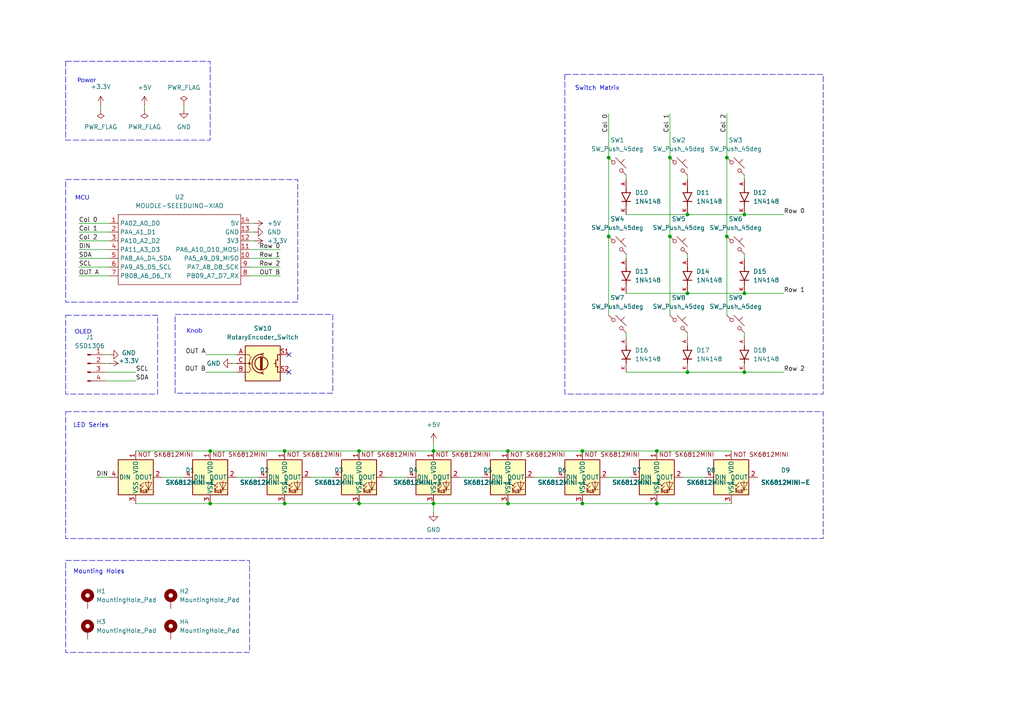
<source format=kicad_sch>
(kicad_sch (version 20250114) (generator "eeschema") (generator_version "9.0")
  (paper "A4")
  (title_block (title "Hackpad v0.67") (date "2025-12-01"))
  (lib_symbols
    (symbol "1N4148:1N4148" (pin_names (offset 1.016))
      (property "Reference" "D" (at -5.08 2.54 0))
      (property "Value" "1N4148" (at -5.08 -3.81 0))
      (symbol "1N4148_0_0"
        (polyline (pts (xy -2.54 0) (xy -1.27 0)) (stroke (width 0.254)))
        (polyline (pts (xy -1.27 1.27) (xy -1.27 0)) (stroke (width 0.254)))
        (polyline (pts (xy -1.27 0) (xy -1.27 -1.27)) (stroke (width 0.254)))
        (polyline (pts (xy -1.27 -1.27) (xy 1.27 0)) (stroke (width 0.254)))
        (polyline (pts (xy 1.27 1.27) (xy 1.27 0)) (stroke (width 0.254)))
        (polyline (pts (xy 1.27 0) (xy -1.27 1.27)) (stroke (width 0.254)))
        (polyline (pts (xy 1.27 0) (xy 1.27 -1.27)) (stroke (width 0.254)))
        (polyline (pts (xy 1.27 0) (xy 2.54 0)) (stroke (width 0.254)))
        (pin passive line (at -5.08 0 0) (length 2.54) (name "~") (number "A"))
        (pin passive line (at 5.08 0 180) (length 2.54) (name "~") (number "K"))
      )
    )
    (symbol "Connector:Conn_01x04_Pin" (pin_names (offset 1.016) (hide yes))
      (property "Reference" "J" (at 0 5.08 0))
      (property "Value" "Conn_01x04_Pin" (at 0 -7.62 0))
      (symbol "Conn_01x04_Pin_1_1"
        (rectangle (start 0.8636 2.667) (end 0 2.413) (stroke (width 0.1524)) (fill (type outline)))
        (rectangle (start 0.8636 0.127) (end 0 -0.127) (stroke (width 0.1524)) (fill (type outline)))
        (rectangle (start 0.8636 -2.413) (end 0 -2.667) (stroke (width 0.1524)) (fill (type outline)))
        (rectangle (start 0.8636 -4.953) (end 0 -5.207) (stroke (width 0.1524)) (fill (type outline)))
        (polyline (pts (xy 1.27 2.54) (xy 0.8636 2.54)) (stroke (width 0.1524)))
        (polyline (pts (xy 1.27 0) (xy 0.8636 0)) (stroke (width 0.1524)))
        (polyline (pts (xy 1.27 -2.54) (xy 0.8636 -2.54)) (stroke (width 0.1524)))
        (polyline (pts (xy 1.27 -5.08) (xy 0.8636 -5.08)) (stroke (width 0.1524)))
        (pin passive line (at 5.08 2.54 180) (length 3.81) (name "Pin_1") (number "1"))
        (pin passive line (at 5.08 0 180) (length 3.81) (name "Pin_2") (number "2"))
        (pin passive line (at 5.08 -2.54 180) (length 3.81) (name "Pin_3") (number "3"))
        (pin passive line (at 5.08 -5.08 180) (length 3.81) (name "Pin_4") (number "4"))
      )
    )
    (symbol "Device:RotaryEncoder_Switch" (pin_names (offset 0.254) (hide yes))
      (property "Reference" "SW" (at 0 6.604 0))
      (property "Value" "RotaryEncoder_Switch" (at 0 -6.604 0))
      (symbol "RotaryEncoder_Switch_0_1"
        (rectangle (start -5.08 5.08) (end 5.08 -5.08) (stroke (width 0.254)) (fill (type background)))
        (polyline (pts (xy -5.08 2.54) (xy -3.81 2.54) (xy -3.81 2.032)))
        (polyline (pts (xy -5.08 0) (xy -3.81 0) (xy -3.81 -1.016) (xy -3.302 -2.032)))
        (polyline (pts (xy -5.08 -2.54) (xy -3.81 -2.54) (xy -3.81 -2.032)))
        (polyline (pts (xy -4.318 0) (xy -3.81 0) (xy -3.81 1.016) (xy -3.302 2.032)))
        (circle (center -3.81 0) (radius 0.254) (fill (type outline)))
        (polyline (pts (xy -0.635 -1.778) (xy -0.635 1.778)) (stroke (width 0.254)))
        (circle (center -0.381 0) (radius 1.905) (stroke (width 0.254)))
        (polyline (pts (xy -0.381 -1.778) (xy -0.381 1.778)) (stroke (width 0.254)))
        (arc (start -0.381 -2.794) (mid -3.0988 -0.0635) (end -0.381 2.667) (stroke (width 0.254)))
        (polyline (pts (xy -0.127 1.778) (xy -0.127 -1.778)) (stroke (width 0.254)))
        (polyline (pts (xy 0.254 2.921) (xy -0.508 2.667) (xy 0.127 2.286)) (stroke (width 0.254)))
        (polyline (pts (xy 0.254 -3.048) (xy -0.508 -2.794) (xy 0.127 -2.413)) (stroke (width 0.254)))
        (polyline (pts (xy 3.81 1.016) (xy 3.81 -1.016)) (stroke (width 0.254)))
        (polyline (pts (xy 3.81 0) (xy 3.429 0)) (stroke (width 0.254)))
        (circle (center 4.318 1.016) (radius 0.127) (stroke (width 0.254)))
        (circle (center 4.318 -1.016) (radius 0.127) (stroke (width 0.254)))
        (polyline (pts (xy 5.08 2.54) (xy 4.318 2.54) (xy 4.318 1.016)) (stroke (width 0.254)))
        (polyline (pts (xy 5.08 -2.54) (xy 4.318 -2.54) (xy 4.318 -1.016)) (stroke (width 0.254)))
      )
      (symbol "RotaryEncoder_Switch_1_1"
        (pin passive line (at -7.62 2.54 0) (length 2.54) (name "A") (number "A"))
        (pin passive line (at -7.62 0 0) (length 2.54) (name "C") (number "C"))
        (pin passive line (at -7.62 -2.54 0) (length 2.54) (name "B") (number "B"))
        (pin passive line (at 7.62 2.54 180) (length 2.54) (name "S1") (number "S1"))
        (pin passive line (at 7.62 -2.54 180) (length 2.54) (name "S2") (number "S2"))
      )
    )
    (symbol "Mechanical:MountingHole_Pad" (pin_numbers (hide yes)) (pin_names (offset 1.016) (hide yes)) (in_bom no)
      (property "Reference" "H" (at 0 6.35 0))
      (property "Value" "MountingHole_Pad" (at 0 4.445 0))
      (symbol "MountingHole_Pad_0_1"
        (circle (center 0 1.27) (radius 1.27) (stroke (width 1.27)))
      )
      (symbol "MountingHole_Pad_1_1"
        (pin input line (at 0 -2.54 90) (length 2.54) (name "1") (number "1"))
      )
    )
    (symbol "SK6812MINI-E:SK6812MINI-E" (pin_names (offset 0.254))
      (property "Reference" "D" (at -3.556 5.842 0))
      (property "Value" "SK6812MINI-E" (at 1.27 -5.715 0))
      (symbol "SK6812MINI-E_0_0"
        (text "RGB" (at 2.286 -4.191 0) (effects (font (size 0.762 0.762))))
      )
      (symbol "SK6812MINI-E_0_1"
        (rectangle (start -5.08 5.08) (end 5.08 -5.08) (stroke (width 0.254)) (fill (type background)))
        (polyline (pts (xy 1.27 -2.54) (xy 1.778 -2.54)))
        (polyline (pts (xy 1.27 -3.556) (xy 1.778 -3.556)))
        (polyline (pts (xy 2.286 -1.524) (xy 1.27 -2.54) (xy 1.27 -2.032)))
        (polyline (pts (xy 2.286 -2.54) (xy 1.27 -3.556) (xy 1.27 -3.048)))
        (polyline (pts (xy 3.683 -1.016) (xy 3.683 -3.556) (xy 3.683 -4.064)))
        (polyline (pts (xy 4.699 -1.524) (xy 2.667 -1.524) (xy 3.683 -3.556) (xy 4.699 -1.524)))
        (polyline (pts (xy 4.699 -3.556) (xy 2.667 -3.556)))
      )
      (symbol "SK6812MINI-E_1_1"
        (text "NOT SK6812MINI" (at 8.636 6.604 0) (effects (font (size 1.27 1.27))))
        (pin input line (at -7.62 0 0) (length 2.54) (name "DIN") (number "4"))
        (pin power_in line (at 0 7.62 270) (length 2.54) (name "VDD") (number "1"))
        (pin power_in line (at 0 -7.62 90) (length 2.54) (name "VSS") (number "3"))
        (pin output line (at 7.62 0 180) (length 2.54) (name "DOUT") (number "2"))
      )
    )
    (symbol "Switch:SW_Push_45deg" (pin_numbers (hide yes)) (pin_names (offset 1.016) (hide yes))
      (property "Reference" "SW" (at 3.048 1.016 0))
      (property "Value" "SW_Push_45deg" (at 0 -3.81 0))
      (symbol "SW_Push_45deg_0_1"
        (polyline (pts (xy -2.54 2.54) (xy -1.524 1.524) (xy -1.524 1.524)))
        (circle (center -1.1684 1.1684) (radius 0.508))
        (polyline (pts (xy -0.508 2.54) (xy 2.54 -0.508)))
        (polyline (pts (xy 1.016 1.016) (xy 2.032 2.032)))
        (circle (center 1.143 -1.1938) (radius 0.508))
        (polyline (pts (xy 1.524 -1.524) (xy 2.54 -2.54) (xy 2.54 -2.54) (xy 2.54 -2.54)))
        (pin passive line (at -2.54 2.54 0) (length 0) (name "1") (number "1"))
        (pin passive line (at 2.54 -2.54 180) (length 0) (name "2") (number "2"))
      )
    )
    (symbol "XIAO_RP2040_FIXED:MOUDLE-SEEEDUINO-XIAO"
      (property "Reference" "U" (at -16.51 11.43 0))
      (property "Value" "MOUDLE-SEEEDUINO-XIAO" (at -3.81 -11.43 0))
      (symbol "MOUDLE-SEEEDUINO-XIAO_0_1"
        (rectangle (start -16.51 10.16) (end 19.05 -10.16))
      )
      (symbol "MOUDLE-SEEEDUINO-XIAO_1_1"
        (pin passive line (at -19.05 7.62 0) (length 2.54) (name "PA02_A0_D0") (number "1"))
        (pin passive line (at -19.05 5.08 0) (length 2.54) (name "PA4_A1_D1") (number "2"))
        (pin passive line (at -19.05 2.54 0) (length 2.54) (name "PA10_A2_D2") (number "3"))
        (pin passive line (at -19.05 0 0) (length 2.54) (name "PA11_A3_D3") (number "4"))
        (pin passive line (at -19.05 -2.54 0) (length 2.54) (name "PA8_A4_D4_SDA") (number "5"))
        (pin passive line (at -19.05 -5.08 0) (length 2.54) (name "PA9_A5_D5_SCL") (number "6"))
        (pin passive line (at -19.05 -7.62 0) (length 2.54) (name "PB08_A6_D6_TX") (number "7"))
        (pin passive line (at 21.59 7.62 180) (length 2.54) (name "5V") (number "14"))
        (pin passive line (at 21.59 5.08 180) (length 2.54) (name "GND") (number "13"))
        (pin passive line (at 21.59 2.54 180) (length 2.54) (name "3V3") (number "12"))
        (pin passive line (at 21.59 0 180) (length 2.54) (name "PA6_A10_D10_MOSI") (number "11"))
        (pin passive line (at 21.59 -2.54 180) (length 2.54) (name "PA5_A9_D9_MISO") (number "10"))
        (pin passive line (at 21.59 -5.08 180) (length 2.54) (name "PA7_A8_D8_SCK") (number "9"))
        (pin passive line (at 21.59 -7.62 180) (length 2.54) (name "PB09_A7_D7_RX") (number "8"))
      )
    )
    (symbol "power:+3.3V" (power) (pin_numbers (hide yes)) (pin_names (offset 0) (hide yes))
      (property "Value" "+3.3V" (at 0 3.556 0))
      (symbol "+3.3V_0_1"
        (polyline (pts (xy -0.762 1.27) (xy 0 2.54)))
        (polyline (pts (xy 0 2.54) (xy 0.762 1.27)))
        (polyline (pts (xy 0 0) (xy 0 2.54)))
      )
      (symbol "+3.3V_1_1"
        (pin power_in line (at 0 0 90) (length 0) (name "~") (number "1"))
      )
    )
    (symbol "power:+5V" (power) (pin_numbers (hide yes)) (pin_names (offset 0) (hide yes))
      (property "Value" "+5V" (at 0 3.556 0))
      (symbol "+5V_0_1"
        (polyline (pts (xy -0.762 1.27) (xy 0 2.54)))
        (polyline (pts (xy 0 2.54) (xy 0.762 1.27)))
        (polyline (pts (xy 0 0) (xy 0 2.54)))
      )
      (symbol "+5V_1_1"
        (pin power_in line (at 0 0 90) (length 0) (name "~") (number "1"))
      )
    )
    (symbol "power:GND" (power) (pin_numbers (hide yes)) (pin_names (offset 0) (hide yes))
      (property "Value" "GND" (at 0 -3.81 0))
      (symbol "GND_0_1"
        (polyline (pts (xy 0 0) (xy 0 -1.27) (xy 1.27 -1.27) (xy 0 -2.54) (xy -1.27 -1.27) (xy 0 -1.27)))
      )
      (symbol "GND_1_1"
        (pin power_in line (at 0 0 270) (length 0) (name "~") (number "1"))
      )
    )
    (symbol "power:PWR_FLAG" (power) (pin_numbers (hide yes)) (pin_names (offset 0) (hide yes))
      (property "Value" "PWR_FLAG" (at 0 3.81 0))
      (symbol "PWR_FLAG_0_0"
        (pin power_out line (at 0 0 90) (length 0) (name "~") (number "1"))
      )
      (symbol "PWR_FLAG_0_1"
        (polyline (pts (xy 0 0) (xy 0 1.27) (xy -1.016 1.905) (xy 0 2.54) (xy 1.016 1.905) (xy 0 1.27)))
      )
    )
  )
  (rectangle (start 19.05 52.07) (end 86.36 87.63) (stroke (width 0) (type dash)))
  (rectangle (start 19.05 17.78) (end 60.96 40.64) (stroke (width 0) (type dash)))
  (rectangle (start 19.05 91.44) (end 45.72 114.3) (stroke (width 0) (type dash)))
  (rectangle (start 163.83 21.59) (end 238.76 114.3) (stroke (width 0) (type dash)))
  (rectangle (start 50.8 91.186) (end 96.52 114.046) (stroke (width 0) (type dash)))
  (rectangle (start 19.05 119.38) (end 238.76 156.21) (stroke (width 0) (type dash)))
  (rectangle (start 19.05 162.56) (end 72.39 189.23) (stroke (width 0) (type dash)))
  (text "OLED" (at 24.13 96.774 0) (effects (font (size 1.27 1.27))))
  (text "Mounting Holes" (at 28.702 165.862 0) (effects (font (size 1.27 1.27))))
  (text "Switch Matrix" (at 173.228 25.654 0) (effects (font (size 1.27 1.27))))
  (text "Knob" (at 56.388 96.52 0) (effects (font (size 1.27 1.27))))
  (text "MCU" (at 23.876 57.912 0) (effects (font (size 1.27 1.27))))
  (text "Power\n" (at 25.146 23.876 0) (effects (font (size 1.27 1.27))))
  (text "LED Series" (at 26.416 123.444 0) (effects (font (size 1.27 1.27))))
  (junction (at 168.91 146.05))
  (junction (at 194.31 45.72))
  (junction (at 199.39 107.95))
  (junction (at 168.91 130.81))
  (junction (at 82.55 146.05))
  (junction (at 199.39 85.09))
  (junction (at 104.14 130.81))
  (junction (at 125.73 146.05))
  (junction (at 125.73 130.81))
  (junction (at 215.9 62.23))
  (junction (at 104.14 146.05))
  (junction (at 147.32 146.05))
  (junction (at 176.53 68.58))
  (junction (at 215.9 107.95))
  (junction (at 60.96 146.05))
  (junction (at 215.9 85.09))
  (junction (at 82.55 130.81))
  (junction (at 190.5 130.81))
  (junction (at 194.31 68.58))
  (junction (at 210.82 68.58))
  (junction (at 60.96 130.81))
  (junction (at 199.39 62.23))
  (junction (at 147.32 130.81))
  (junction (at 176.53 45.72))
  (junction (at 210.82 45.72))
  (junction (at 190.5 146.05))
  (no_connect (at 83.82 107.95))
  (no_connect (at 83.82 102.87))
  (wire (pts (xy 31.75 102.87) (xy 30.48 102.87)))
  (wire (pts (xy 39.37 146.05) (xy 60.96 146.05)))
  (wire (pts (xy 199.39 96.52) (xy 199.39 97.79)))
  (wire (pts (xy 168.91 146.05) (xy 190.5 146.05)))
  (wire (pts (xy 39.37 130.81) (xy 60.96 130.81)))
  (wire (pts (xy 199.39 85.09) (xy 215.9 85.09)))
  (wire (pts (xy 125.73 128.27) (xy 125.73 130.81)))
  (wire (pts (xy 73.66 69.85) (xy 72.39 69.85)))
  (wire (pts (xy 22.86 67.31) (xy 31.75 67.31)))
  (wire (pts (xy 199.39 73.66) (xy 199.39 74.93)))
  (wire (pts (xy 29.21 30.48) (xy 29.21 31.75)))
  (wire (pts (xy 22.86 80.01) (xy 31.75 80.01)))
  (wire (pts (xy 53.34 30.48) (xy 53.34 31.75)))
  (wire (pts (xy 215.9 85.09) (xy 227.33 85.09)))
  (wire (pts (xy 199.39 50.8) (xy 199.39 52.07)))
  (wire (pts (xy 31.75 105.41) (xy 30.48 105.41)))
  (wire (pts (xy 199.39 62.23) (xy 215.9 62.23)))
  (wire (pts (xy 194.31 68.58) (xy 194.31 91.44)))
  (wire (pts (xy 147.32 130.81) (xy 168.91 130.81)))
  (wire (pts (xy 111.76 138.43) (xy 118.11 138.43)))
  (wire (pts (xy 73.66 67.31) (xy 72.39 67.31)))
  (wire (pts (xy 125.73 130.81) (xy 147.32 130.81)))
  (wire (pts (xy 210.82 33.02) (xy 210.82 45.72)))
  (wire (pts (xy 194.31 33.02) (xy 194.31 45.72)))
  (wire (pts (xy 215.9 96.52) (xy 215.9 97.79)))
  (wire (pts (xy 72.39 80.01) (xy 81.28 80.01)))
  (wire (pts (xy 60.96 130.81) (xy 82.55 130.81)))
  (wire (pts (xy 199.39 107.95) (xy 215.9 107.95)))
  (wire (pts (xy 72.39 77.47) (xy 81.28 77.47)))
  (wire (pts (xy 22.86 72.39) (xy 31.75 72.39)))
  (wire (pts (xy 181.61 50.8) (xy 181.61 52.07)))
  (wire (pts (xy 72.39 72.39) (xy 81.28 72.39)))
  (wire (pts (xy 194.31 45.72) (xy 194.31 68.58)))
  (wire (pts (xy 181.61 96.52) (xy 181.61 97.79)))
  (wire (pts (xy 73.66 64.77) (xy 72.39 64.77)))
  (wire (pts (xy 125.73 146.05) (xy 147.32 146.05)))
  (wire (pts (xy 176.53 45.72) (xy 176.53 68.58)))
  (wire (pts (xy 181.61 85.09) (xy 199.39 85.09)))
  (wire (pts (xy 72.39 74.93) (xy 81.28 74.93)))
  (wire (pts (xy 22.86 77.47) (xy 31.75 77.47)))
  (wire (pts (xy 190.5 146.05) (xy 212.09 146.05)))
  (wire (pts (xy 210.82 45.72) (xy 210.82 68.58)))
  (wire (pts (xy 125.73 148.59) (xy 125.73 146.05)))
  (wire (pts (xy 190.5 130.81) (xy 212.09 130.81)))
  (wire (pts (xy 30.48 107.95) (xy 39.37 107.95)))
  (wire (pts (xy 181.61 73.66) (xy 181.61 74.93)))
  (wire (pts (xy 104.14 130.81) (xy 125.73 130.81)))
  (wire (pts (xy 176.53 33.02) (xy 176.53 45.72)))
  (wire (pts (xy 210.82 68.58) (xy 210.82 91.44)))
  (wire (pts (xy 82.55 146.05) (xy 104.14 146.05)))
  (wire (pts (xy 30.48 110.49) (xy 39.37 110.49)))
  (wire (pts (xy 176.53 138.43) (xy 182.88 138.43)))
  (wire (pts (xy 27.94 138.43) (xy 31.75 138.43)))
  (wire (pts (xy 154.94 138.43) (xy 161.29 138.43)))
  (wire (pts (xy 22.86 64.77) (xy 31.75 64.77)))
  (wire (pts (xy 147.32 146.05) (xy 168.91 146.05)))
  (wire (pts (xy 68.58 138.43) (xy 74.93 138.43)))
  (wire (pts (xy 133.35 138.43) (xy 139.7 138.43)))
  (wire (pts (xy 176.53 68.58) (xy 176.53 91.44)))
  (wire (pts (xy 60.96 146.05) (xy 82.55 146.05)))
  (wire (pts (xy 215.9 107.95) (xy 227.33 107.95)))
  (wire (pts (xy 59.69 102.87) (xy 68.58 102.87)))
  (wire (pts (xy 46.99 138.43) (xy 53.34 138.43)))
  (wire (pts (xy 215.9 62.23) (xy 227.33 62.23)))
  (wire (pts (xy 67.31 105.41) (xy 68.58 105.41)))
  (wire (pts (xy 22.86 74.93) (xy 31.75 74.93)))
  (wire (pts (xy 215.9 73.66) (xy 215.9 74.93)))
  (wire (pts (xy 41.91 30.48) (xy 41.91 31.75)))
  (wire (pts (xy 82.55 130.81) (xy 104.14 130.81)))
  (wire (pts (xy 22.86 69.85) (xy 31.75 69.85)))
  (wire (pts (xy 215.9 50.8) (xy 215.9 52.07)))
  (wire (pts (xy 59.69 107.95) (xy 68.58 107.95)))
  (wire (pts (xy 181.61 62.23) (xy 199.39 62.23)))
  (wire (pts (xy 181.61 107.95) (xy 199.39 107.95)))
  (wire (pts (xy 198.12 138.43) (xy 204.47 138.43)))
  (wire (pts (xy 168.91 130.81) (xy 190.5 130.81)))
  (wire (pts (xy 90.17 138.43) (xy 96.52 138.43)))
  (wire (pts (xy 104.14 146.05) (xy 125.73 146.05)))
  (label "Col 0" (at 176.53 33.02 270))
  (label "Col 2" (at 210.82 33.02 270))
  (label "SCL" (at 39.37 107.95 0))
  (label "SCL" (at 22.86 77.47 0))
  (label "Row 1" (at 81.28 74.93 180))
  (label "DIN" (at 27.94 138.43 0))
  (label "OUT A" (at 22.86 80.01 0))
  (label "Col 2" (at 22.86 69.85 0))
  (label "Row 0" (at 227.33 62.23 0))
  (label "OUT A" (at 59.69 102.87 180))
  (label "DIN" (at 22.86 72.39 0))
  (label "Row 1" (at 227.33 85.09 0))
  (label "Row 2" (at 81.28 77.47 180))
  (label "SDA" (at 39.37 110.49 0))
  (label "Col 1" (at 22.86 67.31 0))
  (label "SDA" (at 22.86 74.93 0))
  (label "Row 2" (at 227.33 107.95 0))
  (label "OUT B" (at 59.69 107.95 180))
  (label "Row 0" (at 81.28 72.39 180))
  (label "Col 0" (at 22.86 64.77 0))
  (label "Col 1" (at 194.31 33.02 270))
  (label "OUT B" (at 81.28 80.01 180))
  (symbol (lib_id "power:PWR_FLAG") (at 41.91 31.75 180) (unit 1)
    (property "Reference" "#FLG01" (effects (hide yes)))
    (property "Value" "PWR_FLAG" (at 41.91 36.83 0))
    (property "Description" "Special symbol for telling ERC where power comes from" (effects (hide yes)))
  )
  (symbol (lib_id "Connector:Conn_01x04_Pin") (at 25.4 105.41 0) (unit 1)
    (property "Reference" "J1" (at 26.035 97.79 0))
    (property "Value" "SSD1306" (at 26.035 100.33 0))
    (property "Footprint" "SSD1306:SSD1306-0.91-OLED-4pin-128x32" (effects (hide yes)))
    (property "Description" "Generic connector, single row, 01x04, script generated" (effects (hide yes)))
  )
  (symbol (lib_id "Mechanical:MountingHole_Pad") (at 25.4 182.88 0) (unit 1) (in_bom no)
    (property "Reference" "H3" (at 27.94 180.3399 0) (effects (justify left)))
    (property "Value" "MountingHole_Pad" (at 27.94 182.8799 0) (effects (justify left)))
    (property "Footprint" "MountingHole:MountingHole_2.5mm_Pad" (effects (hide yes)))
    (property "Description" "Mounting Hole with connection" (effects (hide yes)))
  )
  (symbol (lib_id "SK6812MINI-E:SK6812MINI-E") (at 39.37 138.43 0) (unit 1)
    (property "Reference" "D1" (at 55.118 136.3979 0))
    (property "Value" "SK6812MINI-E" (at 55.118 139.954 0) (effects (font (thickness 0.254) (bold yes))))
    (property "Footprint" "main:SK6812MINI-E_fixed" (effects (hide yes)))
    (property "Datasheet" "https://cdn-shop.adafruit.com/product-files/4960/4960_SK6812MINI-E_REV02_EN.pdf" (effects (hide yes)))
    (property "Description" "RGB LED with integrated controller" (effects (hide yes)))
  )
  (symbol (lib_id "power:+5V") (at 125.73 128.27 0) (unit 1)
    (property "Reference" "#PWR04" (effects (hide yes)))
    (property "Value" "+5V" (at 125.73 123.19 0))
    (property "Description" "Power symbol creates a global label with name \"+5V\"" (effects (hide yes)))
  )
  (symbol (lib_id "Switch:SW_Push_45deg") (at 179.07 93.98 0) (unit 1)
    (property "Reference" "SW7" (at 179.07 86.36 0))
    (property "Value" "SW_Push_45deg" (at 179.07 88.9 0))
    (property "Footprint" "Button_Switch_Keyboard:SW_Cherry_MX_1.00u_PCB" (effects (hide yes)))
    (property "Description" "Push button switch, normally open, two pins, 45° tilted" (effects (hide yes)))
  )
  (symbol (lib_id "Switch:SW_Push_45deg") (at 213.36 48.26 0) (unit 1)
    (property "Reference" "SW3" (at 213.36 40.64 0))
    (property "Value" "SW_Push_45deg" (at 213.36 43.18 0))
    (property "Footprint" "Button_Switch_Keyboard:SW_Cherry_MX_1.00u_PCB" (effects (hide yes)))
    (property "Description" "Push button switch, normally open, two pins, 45° tilted" (effects (hide yes)))
  )
  (symbol (lib_id "power:PWR_FLAG") (at 53.34 30.48 0) (unit 1)
    (property "Reference" "#FLG02" (effects (hide yes)))
    (property "Value" "PWR_FLAG" (at 53.34 25.4 0))
    (property "Description" "Special symbol for telling ERC where power comes from" (effects (hide yes)))
  )
  (symbol (lib_id "Switch:SW_Push_45deg") (at 179.07 48.26 0) (unit 1)
    (property "Reference" "SW1" (at 179.07 40.64 0))
    (property "Value" "SW_Push_45deg" (at 179.07 43.18 0))
    (property "Footprint" "Button_Switch_Keyboard:SW_Cherry_MX_1.00u_PCB" (effects (hide yes)))
    (property "Description" "Push button switch, normally open, two pins, 45° tilted" (effects (hide yes)))
  )
  (symbol (lib_id "power:GND") (at 31.75 102.87 90) (unit 1)
    (property "Reference" "#PWR03" (effects (hide yes)))
    (property "Value" "GND" (at 35.306 102.362 90) (effects (justify right)))
    (property "Description" "Power symbol creates a global label with name \"GND\" , ground" (effects (hide yes)))
  )
  (symbol (lib_id "Mechanical:MountingHole_Pad") (at 49.53 182.88 0) (unit 1) (in_bom no)
    (property "Reference" "H4" (at 52.07 180.3399 0) (effects (justify left)))
    (property "Value" "MountingHole_Pad" (at 52.07 182.8799 0) (effects (justify left)))
    (property "Footprint" "MountingHole:MountingHole_2.5mm_Pad" (effects (hide yes)))
    (property "Description" "Mounting Hole with connection" (effects (hide yes)))
  )
  (symbol (lib_id "SK6812MINI-E:SK6812MINI-E") (at 168.91 138.43 0) (unit 1)
    (property "Reference" "D7" (at 184.658 136.3979 0))
    (property "Value" "SK6812MINI-E" (at 184.658 139.954 0) (effects (font (thickness 0.254) (bold yes))))
    (property "Footprint" "main:SK6812MINI-E_fixed" (effects (hide yes)))
    (property "Datasheet" "https://cdn-shop.adafruit.com/product-files/4960/4960_SK6812MINI-E_REV02_EN.pdf" (effects (hide yes)))
    (property "Description" "RGB LED with integrated controller" (effects (hide yes)))
  )
  (symbol (lib_id "Device:RotaryEncoder_Switch") (at 76.2 105.41 0) (unit 1)
    (property "Reference" "SW10" (at 76.2 95.25 0))
    (property "Value" "RotaryEncoder_Switch" (at 76.2 97.79 0))
    (property "Footprint" "Rotary_Encoder:RotaryEncoder_Alps_EC11E-Switch_Vertical_H20mm" (effects (hide yes)))
    (property "Description" "Rotary encoder, dual channel, incremental quadrate outputs, with switch" (effects (hide yes)))
  )
  (symbol (lib_id "SK6812MINI-E:SK6812MINI-E") (at 190.5 138.43 0) (unit 1)
    (property "Reference" "D8" (at 206.248 136.3979 0))
    (property "Value" "SK6812MINI-E" (at 206.248 139.954 0) (effects (font (thickness 0.254) (bold yes))))
    (property "Footprint" "main:SK6812MINI-E_fixed" (effects (hide yes)))
    (property "Datasheet" "https://cdn-shop.adafruit.com/product-files/4960/4960_SK6812MINI-E_REV02_EN.pdf" (effects (hide yes)))
    (property "Description" "RGB LED with integrated controller" (effects (hide yes)))
  )
  (symbol (lib_id "power:+5V") (at 41.91 30.48 0) (unit 1)
    (property "Reference" "#PWR06" (effects (hide yes)))
    (property "Value" "+5V" (at 41.91 25.4 0))
    (property "Description" "Power symbol creates a global label with name \"+5V\"" (effects (hide yes)))
  )
  (symbol (lib_id "SK6812MINI-E:SK6812MINI-E") (at 104.14 138.43 0) (unit 1)
    (property "Reference" "D4" (at 119.888 136.3979 0))
    (property "Value" "SK6812MINI-E" (at 121.158 139.954 0) (effects (font (thickness 0.254) (bold yes))))
    (property "Footprint" "main:SK6812MINI-E_fixed" (effects (hide yes)))
    (property "Datasheet" "https://cdn-shop.adafruit.com/product-files/4960/4960_SK6812MINI-E_REV02_EN.pdf" (effects (hide yes)))
    (property "Description" "RGB LED with integrated controller" (effects (hide yes)))
  )
  (symbol (lib_id "1N4148:1N4148") (at 181.61 102.87 270) (unit 1)
    (property "Reference" "D16" (at 184.15 101.5999 90) (effects (justify left)))
    (property "Value" "1N4148" (at 184.15 104.1399 90) (effects (justify left)))
    (property "Footprint" "1N4148:DIOAD753W49L380D172B" (effects (hide yes)))
    (property "DigiKey_Part_Number" "4786-1N4148CT-ND" (effects (hide yes)))
    (property "SnapEDA_Link" "https://www.snapeda.com/parts/1N4148/Onsemi/view-part/?ref=snap" (effects (hide yes)))
    (property "MAXIMUM_PACKAGE_HEIGHT" "1.91mm" (effects (hide yes)))
    (property "Package" "AXIAL LEAD-2 ON Semiconductor" (effects (hide yes)))
    (property "Check_prices" "https://www.snapeda.com/parts/1N4148/Onsemi/view-part/?ref=eda" (effects (hide yes)))
    (property "STANDARD" "IPC-7351B" (effects (hide yes)))
    (property "PARTREV" "5" (effects (hide yes)))
    (property "MF" "ON Semiconductor" (effects (hide yes)))
    (property "MP" "1N4148" (effects (hide yes)))
    (property "Description_1" "Diode 75 V 150mA Through Hole DO-204AH (DO-35 Glass)" (effects (hide yes)))
    (property "MANUFACTURER" "Onsemi" (effects (hide yes)))
  )
  (symbol (lib_id "1N4148:1N4148") (at 181.61 57.15 270) (unit 1)
    (property "Reference" "D10" (at 184.15 55.8799 90) (effects (justify left)))
    (property "Value" "1N4148" (at 184.15 58.4199 90) (effects (justify left)))
    (property "Footprint" "1N4148:DIOAD753W49L380D172B" (effects (hide yes)))
    (property "DigiKey_Part_Number" "4786-1N4148CT-ND" (effects (hide yes)))
    (property "SnapEDA_Link" "https://www.snapeda.com/parts/1N4148/Onsemi/view-part/?ref=snap" (effects (hide yes)))
    (property "MAXIMUM_PACKAGE_HEIGHT" "1.91mm" (effects (hide yes)))
    (property "Package" "AXIAL LEAD-2 ON Semiconductor" (effects (hide yes)))
    (property "Check_prices" "https://www.snapeda.com/parts/1N4148/Onsemi/view-part/?ref=eda" (effects (hide yes)))
    (property "STANDARD" "IPC-7351B" (effects (hide yes)))
    (property "PARTREV" "5" (effects (hide yes)))
    (property "MF" "ON Semiconductor" (effects (hide yes)))
    (property "MP" "1N4148" (effects (hide yes)))
    (property "Description_1" "Diode 75 V 150mA Through Hole DO-204AH (DO-35 Glass)" (effects (hide yes)))
    (property "MANUFACTURER" "Onsemi" (effects (hide yes)))
  )
  (symbol (lib_id "XIAO_RP2040_FIXED:MOUDLE-SEEEDUINO-XIAO") (at 50.8 72.39 0) (unit 1)
    (property "Reference" "U2" (at 52.07 57.15 0))
    (property "Value" "MOUDLE-SEEEDUINO-XIAO" (at 52.07 59.69 0))
    (property "Footprint" "footprints:XIAO-RP2040-DIP" (effects (hide yes)))
  )
  (symbol (lib_id "1N4148:1N4148") (at 199.39 57.15 270) (unit 1)
    (property "Reference" "D11" (at 201.93 55.8799 90) (effects (justify left)))
    (property "Value" "1N4148" (at 201.93 58.4199 90) (effects (justify left)))
    (property "Footprint" "1N4148:DIOAD753W49L380D172B" (effects (hide yes)))
    (property "DigiKey_Part_Number" "4786-1N4148CT-ND" (effects (hide yes)))
    (property "SnapEDA_Link" "https://www.snapeda.com/parts/1N4148/Onsemi/view-part/?ref=snap" (effects (hide yes)))
    (property "MAXIMUM_PACKAGE_HEIGHT" "1.91mm" (effects (hide yes)))
    (property "Package" "AXIAL LEAD-2 ON Semiconductor" (effects (hide yes)))
    (property "Check_prices" "https://www.snapeda.com/parts/1N4148/Onsemi/view-part/?ref=eda" (effects (hide yes)))
    (property "STANDARD" "IPC-7351B" (effects (hide yes)))
    (property "PARTREV" "5" (effects (hide yes)))
    (property "MF" "ON Semiconductor" (effects (hide yes)))
    (property "MP" "1N4148" (effects (hide yes)))
    (property "Description_1" "Diode 75 V 150mA Through Hole DO-204AH (DO-35 Glass)" (effects (hide yes)))
    (property "MANUFACTURER" "Onsemi" (effects (hide yes)))
  )
  (symbol (lib_id "1N4148:1N4148") (at 215.9 102.87 270) (unit 1)
    (property "Reference" "D18" (at 218.44 101.5999 90) (effects (justify left)))
    (property "Value" "1N4148" (at 218.44 104.1399 90) (effects (justify left)))
    (property "Footprint" "1N4148:DIOAD753W49L380D172B" (effects (hide yes)))
    (property "DigiKey_Part_Number" "4786-1N4148CT-ND" (effects (hide yes)))
    (property "SnapEDA_Link" "https://www.snapeda.com/parts/1N4148/Onsemi/view-part/?ref=snap" (effects (hide yes)))
    (property "MAXIMUM_PACKAGE_HEIGHT" "1.91mm" (effects (hide yes)))
    (property "Package" "AXIAL LEAD-2 ON Semiconductor" (effects (hide yes)))
    (property "Check_prices" "https://www.snapeda.com/parts/1N4148/Onsemi/view-part/?ref=eda" (effects (hide yes)))
    (property "STANDARD" "IPC-7351B" (effects (hide yes)))
    (property "PARTREV" "5" (effects (hide yes)))
    (property "MF" "ON Semiconductor" (effects (hide yes)))
    (property "MP" "1N4148" (effects (hide yes)))
    (property "Description_1" "Diode 75 V 150mA Through Hole DO-204AH (DO-35 Glass)" (effects (hide yes)))
    (property "MANUFACTURER" "Onsemi" (effects (hide yes)))
  )
  (symbol (lib_id "SK6812MINI-E:SK6812MINI-E") (at 212.09 138.43 0) (unit 1)
    (property "Reference" "D9" (at 227.838 136.3979 0))
    (property "Value" "SK6812MINI-E" (at 227.838 139.954 0) (effects (font (thickness 0.254) (bold yes))))
    (property "Footprint" "main:SK6812MINI-E_fixed" (effects (hide yes)))
    (property "Datasheet" "https://cdn-shop.adafruit.com/product-files/4960/4960_SK6812MINI-E_REV02_EN.pdf" (effects (hide yes)))
    (property "Description" "RGB LED with integrated controller" (effects (hide yes)))
  )
  (symbol (lib_id "SK6812MINI-E:SK6812MINI-E") (at 125.73 138.43 0) (unit 1)
    (property "Reference" "D5" (at 141.478 136.3979 0))
    (property "Value" "SK6812MINI-E" (at 141.478 139.954 0) (effects (font (thickness 0.254) (bold yes))))
    (property "Footprint" "main:SK6812MINI-E_fixed" (effects (hide yes)))
    (property "Datasheet" "https://cdn-shop.adafruit.com/product-files/4960/4960_SK6812MINI-E_REV02_EN.pdf" (effects (hide yes)))
    (property "Description" "RGB LED with integrated controller" (effects (hide yes)))
  )
  (symbol (lib_id "power:+3.3V") (at 29.21 30.48 0) (unit 1)
    (property "Reference" "#PWR013" (effects (hide yes)))
    (property "Value" "+3.3V" (at 29.21 25.146 0))
    (property "Description" "Power symbol creates a global label with name \"+3.3V\"" (effects (hide yes)))
  )
  (symbol (lib_id "1N4148:1N4148") (at 215.9 80.01 270) (unit 1)
    (property "Reference" "D15" (at 218.44 78.7399 90) (effects (justify left)))
    (property "Value" "1N4148" (at 218.44 81.2799 90) (effects (justify left)))
    (property "Footprint" "1N4148:DIOAD753W49L380D172B" (effects (hide yes)))
    (property "DigiKey_Part_Number" "4786-1N4148CT-ND" (effects (hide yes)))
    (property "SnapEDA_Link" "https://www.snapeda.com/parts/1N4148/Onsemi/view-part/?ref=snap" (effects (hide yes)))
    (property "MAXIMUM_PACKAGE_HEIGHT" "1.91mm" (effects (hide yes)))
    (property "Package" "AXIAL LEAD-2 ON Semiconductor" (effects (hide yes)))
    (property "Check_prices" "https://www.snapeda.com/parts/1N4148/Onsemi/view-part/?ref=eda" (effects (hide yes)))
    (property "STANDARD" "IPC-7351B" (effects (hide yes)))
    (property "PARTREV" "5" (effects (hide yes)))
    (property "MF" "ON Semiconductor" (effects (hide yes)))
    (property "MP" "1N4148" (effects (hide yes)))
    (property "Description_1" "Diode 75 V 150mA Through Hole DO-204AH (DO-35 Glass)" (effects (hide yes)))
    (property "MANUFACTURER" "Onsemi" (effects (hide yes)))
  )
  (symbol (lib_id "power:GND") (at 125.73 148.59 0) (unit 1)
    (property "Reference" "#PWR02" (effects (hide yes)))
    (property "Value" "GND" (at 125.73 153.67 0))
    (property "Description" "Power symbol creates a global label with name \"GND\" , ground" (effects (hide yes)))
  )
  (symbol (lib_id "Mechanical:MountingHole_Pad") (at 49.53 173.99 0) (unit 1) (in_bom no)
    (property "Reference" "H2" (at 52.07 171.4499 0) (effects (justify left)))
    (property "Value" "MountingHole_Pad" (at 52.07 173.9899 0) (effects (justify left)))
    (property "Footprint" "MountingHole:MountingHole_2.5mm_Pad" (effects (hide yes)))
    (property "Description" "Mounting Hole with connection" (effects (hide yes)))
  )
  (symbol (lib_id "power:+3.3V") (at 73.66 69.85 270) (unit 1)
    (property "Reference" "#PWR019" (effects (hide yes)))
    (property "Value" "+3.3V" (at 77.47 69.8499 90) (effects (justify left)))
    (property "Description" "Power symbol creates a global label with name \"+3.3V\"" (effects (hide yes)))
  )
  (symbol (lib_id "power:GND") (at 73.66 67.31 90) (unit 1)
    (property "Reference" "#PWR018" (effects (hide yes)))
    (property "Value" "GND" (at 77.47 67.3099 90) (effects (justify right)))
    (property "Description" "Power symbol creates a global label with name \"GND\" , ground" (effects (hide yes)))
  )
  (symbol (lib_id "power:PWR_FLAG") (at 29.21 31.75 180) (unit 1)
    (property "Reference" "#FLG03" (effects (hide yes)))
    (property "Value" "PWR_FLAG" (at 29.21 36.83 0))
    (property "Description" "Special symbol for telling ERC where power comes from" (effects (hide yes)))
  )
  (symbol (lib_id "SK6812MINI-E:SK6812MINI-E") (at 60.96 138.43 0) (unit 1)
    (property "Reference" "D2" (at 76.708 136.3979 0))
    (property "Value" "SK6812MINI-E" (at 76.708 139.954 0) (effects (font (thickness 0.254) (bold yes))))
    (property "Footprint" "main:SK6812MINI-E_fixed" (effects (hide yes)))
    (property "Datasheet" "https://cdn-shop.adafruit.com/product-files/4960/4960_SK6812MINI-E_REV02_EN.pdf" (effects (hide yes)))
    (property "Description" "RGB LED with integrated controller" (effects (hide yes)))
  )
  (symbol (lib_id "Switch:SW_Push_45deg") (at 196.85 71.12 0) (unit 1)
    (property "Reference" "SW5" (at 196.85 63.5 0))
    (property "Value" "SW_Push_45deg" (at 196.85 66.04 0))
    (property "Footprint" "Button_Switch_Keyboard:SW_Cherry_MX_1.00u_PCB" (effects (hide yes)))
    (property "Description" "Push button switch, normally open, two pins, 45° tilted" (effects (hide yes)))
  )
  (symbol (lib_id "1N4148:1N4148") (at 181.61 80.01 270) (unit 1)
    (property "Reference" "D13" (at 184.15 78.7399 90) (effects (justify left)))
    (property "Value" "1N4148" (at 184.15 81.2799 90) (effects (justify left)))
    (property "Footprint" "1N4148:DIOAD753W49L380D172B" (effects (hide yes)))
    (property "DigiKey_Part_Number" "4786-1N4148CT-ND" (effects (hide yes)))
    (property "SnapEDA_Link" "https://www.snapeda.com/parts/1N4148/Onsemi/view-part/?ref=snap" (effects (hide yes)))
    (property "MAXIMUM_PACKAGE_HEIGHT" "1.91mm" (effects (hide yes)))
    (property "Package" "AXIAL LEAD-2 ON Semiconductor" (effects (hide yes)))
    (property "Check_prices" "https://www.snapeda.com/parts/1N4148/Onsemi/view-part/?ref=eda" (effects (hide yes)))
    (property "STANDARD" "IPC-7351B" (effects (hide yes)))
    (property "PARTREV" "5" (effects (hide yes)))
    (property "MF" "ON Semiconductor" (effects (hide yes)))
    (property "MP" "1N4148" (effects (hide yes)))
    (property "Description_1" "Diode 75 V 150mA Through Hole DO-204AH (DO-35 Glass)" (effects (hide yes)))
    (property "MANUFACTURER" "Onsemi" (effects (hide yes)))
  )
  (symbol (lib_id "power:GND") (at 67.31 105.41 270) (unit 1)
    (property "Reference" "#PWR015" (effects (hide yes)))
    (property "Value" "GND" (at 64.008 105.41 90) (effects (justify right)))
    (property "Description" "Power symbol creates a global label with name \"GND\" , ground" (effects (hide yes)))
  )
  (symbol (lib_id "SK6812MINI-E:SK6812MINI-E") (at 147.32 138.43 0) (unit 1)
    (property "Reference" "D6" (at 163.068 136.3979 0))
    (property "Value" "SK6812MINI-E" (at 163.068 139.954 0) (effects (font (thickness 0.254) (bold yes))))
    (property "Footprint" "main:SK6812MINI-E_fixed" (effects (hide yes)))
    (property "Datasheet" "https://cdn-shop.adafruit.com/product-files/4960/4960_SK6812MINI-E_REV02_EN.pdf" (effects (hide yes)))
    (property "Description" "RGB LED with integrated controller" (effects (hide yes)))
  )
  (symbol (lib_id "1N4148:1N4148") (at 199.39 102.87 270) (unit 1)
    (property "Reference" "D17" (at 201.93 101.5999 90) (effects (justify left)))
    (property "Value" "1N4148" (at 201.93 104.1399 90) (effects (justify left)))
    (property "Footprint" "1N4148:DIOAD753W49L380D172B" (effects (hide yes)))
    (property "DigiKey_Part_Number" "4786-1N4148CT-ND" (effects (hide yes)))
    (property "SnapEDA_Link" "https://www.snapeda.com/parts/1N4148/Onsemi/view-part/?ref=snap" (effects (hide yes)))
    (property "MAXIMUM_PACKAGE_HEIGHT" "1.91mm" (effects (hide yes)))
    (property "Package" "AXIAL LEAD-2 ON Semiconductor" (effects (hide yes)))
    (property "Check_prices" "https://www.snapeda.com/parts/1N4148/Onsemi/view-part/?ref=eda" (effects (hide yes)))
    (property "STANDARD" "IPC-7351B" (effects (hide yes)))
    (property "PARTREV" "5" (effects (hide yes)))
    (property "MF" "ON Semiconductor" (effects (hide yes)))
    (property "MP" "1N4148" (effects (hide yes)))
    (property "Description_1" "Diode 75 V 150mA Through Hole DO-204AH (DO-35 Glass)" (effects (hide yes)))
    (property "MANUFACTURER" "Onsemi" (effects (hide yes)))
  )
  (symbol (lib_id "Switch:SW_Push_45deg") (at 196.85 93.98 0) (unit 1)
    (property "Reference" "SW8" (at 196.85 86.36 0))
    (property "Value" "SW_Push_45deg" (at 196.85 88.9 0))
    (property "Footprint" "Button_Switch_Keyboard:SW_Cherry_MX_1.00u_PCB" (effects (hide yes)))
    (property "Description" "Push button switch, normally open, two pins, 45° tilted" (effects (hide yes)))
  )
  (symbol (lib_id "1N4148:1N4148") (at 215.9 57.15 270) (unit 1)
    (property "Reference" "D12" (at 218.44 55.8799 90) (effects (justify left)))
    (property "Value" "1N4148" (at 218.44 58.4199 90) (effects (justify left)))
    (property "Footprint" "1N4148:DIOAD753W49L380D172B" (effects (hide yes)))
    (property "DigiKey_Part_Number" "4786-1N4148CT-ND" (effects (hide yes)))
    (property "SnapEDA_Link" "https://www.snapeda.com/parts/1N4148/Onsemi/view-part/?ref=snap" (effects (hide yes)))
    (property "MAXIMUM_PACKAGE_HEIGHT" "1.91mm" (effects (hide yes)))
    (property "Package" "AXIAL LEAD-2 ON Semiconductor" (effects (hide yes)))
    (property "Check_prices" "https://www.snapeda.com/parts/1N4148/Onsemi/view-part/?ref=eda" (effects (hide yes)))
    (property "STANDARD" "IPC-7351B" (effects (hide yes)))
    (property "PARTREV" "5" (effects (hide yes)))
    (property "MF" "ON Semiconductor" (effects (hide yes)))
    (property "MP" "1N4148" (effects (hide yes)))
    (property "Description_1" "Diode 75 V 150mA Through Hole DO-204AH (DO-35 Glass)" (effects (hide yes)))
    (property "MANUFACTURER" "Onsemi" (effects (hide yes)))
  )
  (symbol (lib_id "power:+3.3V") (at 31.75 105.41 270) (unit 1)
    (property "Reference" "#PWR01" (effects (hide yes)))
    (property "Value" "+3.3V" (at 37.338 104.648 90))
    (property "Description" "Power symbol creates a global label with name \"+3.3V\"" (effects (hide yes)))
  )
  (symbol (lib_id "Switch:SW_Push_45deg") (at 179.07 71.12 0) (unit 1)
    (property "Reference" "SW4" (at 179.07 63.5 0))
    (property "Value" "SW_Push_45deg" (at 179.07 66.04 0))
    (property "Footprint" "Button_Switch_Keyboard:SW_Cherry_MX_1.00u_PCB" (effects (hide yes)))
    (property "Description" "Push button switch, normally open, two pins, 45° tilted" (effects (hide yes)))
  )
  (symbol (lib_id "power:GND") (at 53.34 31.75 0) (unit 1)
    (property "Reference" "#PWR07" (effects (hide yes)))
    (property "Value" "GND" (at 53.34 36.83 0))
    (property "Description" "Power symbol creates a global label with name \"GND\" , ground" (effects (hide yes)))
  )
  (symbol (lib_id "Switch:SW_Push_45deg") (at 213.36 71.12 0) (unit 1)
    (property "Reference" "SW6" (at 213.36 63.5 0))
    (property "Value" "SW_Push_45deg" (at 213.36 66.04 0))
    (property "Footprint" "Button_Switch_Keyboard:SW_Cherry_MX_1.00u_PCB" (effects (hide yes)))
    (property "Description" "Push button switch, normally open, two pins, 45° tilted" (effects (hide yes)))
  )
  (symbol (lib_id "power:+5V") (at 73.66 64.77 270) (unit 1)
    (property "Reference" "#PWR017" (effects (hide yes)))
    (property "Value" "+5V" (at 77.47 64.7699 90) (effects (justify left)))
    (property "Description" "Power symbol creates a global label with name \"+5V\"" (effects (hide yes)))
  )
  (symbol (lib_id "SK6812MINI-E:SK6812MINI-E") (at 82.55 138.43 0) (unit 1)
    (property "Reference" "D3" (at 98.298 136.3979 0))
    (property "Value" "SK6812MINI-E" (at 98.298 139.954 0) (effects (font (thickness 0.254) (bold yes))))
    (property "Footprint" "main:SK6812MINI-E_fixed" (effects (hide yes)))
    (property "Datasheet" "https://cdn-shop.adafruit.com/product-files/4960/4960_SK6812MINI-E_REV02_EN.pdf" (effects (hide yes)))
    (property "Description" "RGB LED with integrated controller" (effects (hide yes)))
  )
  (symbol (lib_id "Switch:SW_Push_45deg") (at 196.85 48.26 0) (unit 1)
    (property "Reference" "SW2" (at 196.85 40.64 0))
    (property "Value" "SW_Push_45deg" (at 196.85 43.18 0))
    (property "Footprint" "Button_Switch_Keyboard:SW_Cherry_MX_1.00u_PCB" (effects (hide yes)))
    (property "Description" "Push button switch, normally open, two pins, 45° tilted" (effects (hide yes)))
  )
  (symbol (lib_id "Switch:SW_Push_45deg") (at 213.36 93.98 0) (unit 1)
    (property "Reference" "SW9" (at 213.36 86.36 0))
    (property "Value" "SW_Push_45deg" (at 213.36 88.9 0))
    (property "Footprint" "Button_Switch_Keyboard:SW_Cherry_MX_1.00u_PCB" (effects (hide yes)))
    (property "Description" "Push button switch, normally open, two pins, 45° tilted" (effects (hide yes)))
  )
  (symbol (lib_id "Mechanical:MountingHole_Pad") (at 25.4 173.99 0) (unit 1) (in_bom no)
    (property "Reference" "H1" (at 27.94 171.4499 0) (effects (justify left)))
    (property "Value" "MountingHole_Pad" (at 27.94 173.9899 0) (effects (justify left)))
    (property "Footprint" "MountingHole:MountingHole_2.5mm_Pad" (effects (hide yes)))
    (property "Description" "Mounting Hole with connection" (effects (hide yes)))
  )
  (symbol (lib_id "1N4148:1N4148") (at 199.39 80.01 270) (unit 1)
    (property "Reference" "D14" (at 201.93 78.7399 90) (effects (justify left)))
    (property "Value" "1N4148" (at 201.93 81.2799 90) (effects (justify left)))
    (property "Footprint" "1N4148:DIOAD753W49L380D172B" (effects (hide yes)))
    (property "DigiKey_Part_Number" "4786-1N4148CT-ND" (effects (hide yes)))
    (property "SnapEDA_Link" "https://www.snapeda.com/parts/1N4148/Onsemi/view-part/?ref=snap" (effects (hide yes)))
    (property "MAXIMUM_PACKAGE_HEIGHT" "1.91mm" (effects (hide yes)))
    (property "Package" "AXIAL LEAD-2 ON Semiconductor" (effects (hide yes)))
    (property "Check_prices" "https://www.snapeda.com/parts/1N4148/Onsemi/view-part/?ref=eda" (effects (hide yes)))
    (property "STANDARD" "IPC-7351B" (effects (hide yes)))
    (property "PARTREV" "5" (effects (hide yes)))
    (property "MF" "ON Semiconductor" (effects (hide yes)))
    (property "MP" "1N4148" (effects (hide yes)))
    (property "Description_1" "Diode 75 V 150mA Through Hole DO-204AH (DO-35 Glass)" (effects (hide yes)))
    (property "MANUFACTURER" "Onsemi" (effects (hide yes)))
  )
)
</source>
